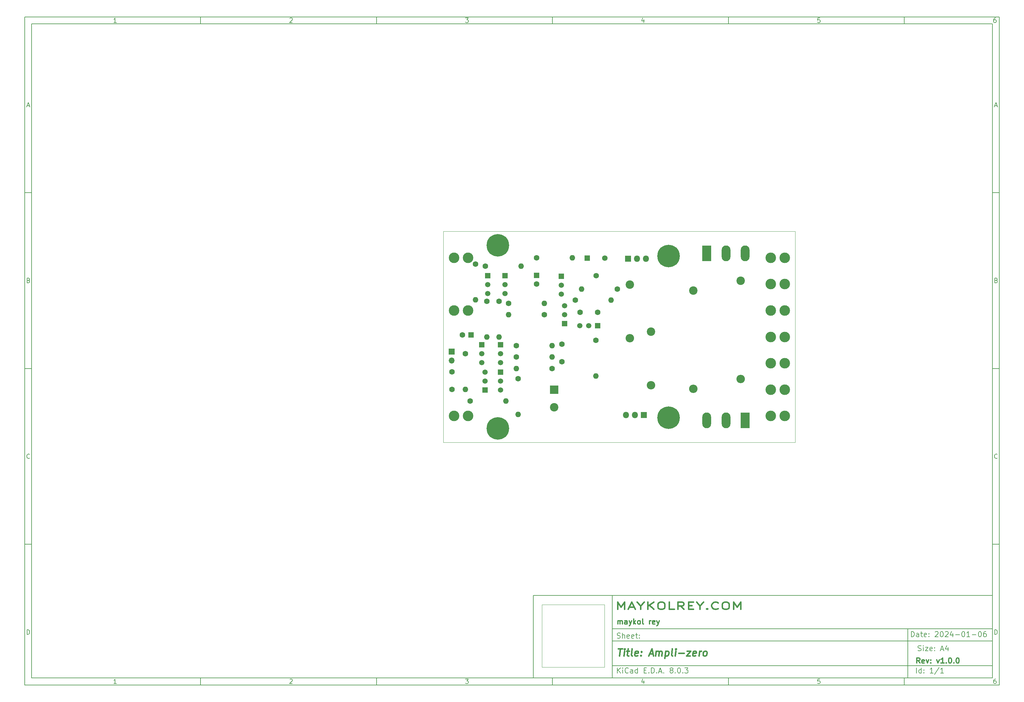
<source format=gbr>
%TF.GenerationSoftware,KiCad,Pcbnew,8.0.3-8.0.3-0~ubuntu22.04.1*%
%TF.CreationDate,2024-07-16T05:34:00-05:00*%
%TF.ProjectId,ampli-zero,616d706c-692d-47a6-9572-6f2e6b696361,v1.0.0*%
%TF.SameCoordinates,Original*%
%TF.FileFunction,Soldermask,Top*%
%TF.FilePolarity,Negative*%
%FSLAX46Y46*%
G04 Gerber Fmt 4.6, Leading zero omitted, Abs format (unit mm)*
G04 Created by KiCad (PCBNEW 8.0.3-8.0.3-0~ubuntu22.04.1) date 2024-07-16 05:34:00*
%MOMM*%
%LPD*%
G01*
G04 APERTURE LIST*
%ADD10C,0.100000*%
%ADD11C,0.150000*%
%ADD12C,0.300000*%
%ADD13C,0.400000*%
%ADD14R,1.560000X1.560000*%
%ADD15C,1.560000*%
%ADD16C,0.800000*%
%ADD17C,6.400000*%
%ADD18C,3.000000*%
%ADD19C,1.600000*%
%ADD20R,1.600000X1.600000*%
%ADD21R,1.500000X1.500000*%
%ADD22C,1.500000*%
%ADD23O,1.600000X1.600000*%
%ADD24C,2.400000*%
%ADD25O,2.400000X2.400000*%
%ADD26R,2.400000X2.400000*%
%ADD27R,1.700000X1.700000*%
%ADD28O,1.700000X1.700000*%
%ADD29R,2.500000X4.500000*%
%ADD30O,2.500000X4.500000*%
%ADD31R,1.800000X1.800000*%
%ADD32O,1.800000X1.800000*%
%TA.AperFunction,Profile*%
%ADD33C,0.100000*%
%TD*%
G04 APERTURE END LIST*
D10*
X157012200Y-177117000D02*
X157012200Y-194897000D01*
X174792200Y-194897000D01*
X174792200Y-177117000D01*
X157012200Y-177117000D01*
D11*
X177013200Y-174505000D02*
X285002200Y-174505000D01*
X285002200Y-198007000D01*
X177013200Y-198007000D01*
X177013200Y-174505000D01*
D10*
D11*
X10000000Y-10000000D02*
X287002200Y-10000000D01*
X287002200Y-200007200D01*
X10000000Y-200007200D01*
X10000000Y-10000000D01*
D10*
D11*
X12000000Y-12000000D02*
X285002200Y-12000000D01*
X285002200Y-198007200D01*
X12000000Y-198007200D01*
X12000000Y-12000000D01*
D10*
D11*
X60000000Y-12000000D02*
X60000000Y-10000000D01*
D10*
D11*
X110000000Y-12000000D02*
X110000000Y-10000000D01*
D10*
D11*
X160000000Y-12000000D02*
X160000000Y-10000000D01*
D10*
D11*
X210000000Y-12000000D02*
X210000000Y-10000000D01*
D10*
D11*
X260000000Y-12000000D02*
X260000000Y-10000000D01*
D10*
D11*
X36089160Y-11593604D02*
X35346303Y-11593604D01*
X35717731Y-11593604D02*
X35717731Y-10293604D01*
X35717731Y-10293604D02*
X35593922Y-10479319D01*
X35593922Y-10479319D02*
X35470112Y-10603128D01*
X35470112Y-10603128D02*
X35346303Y-10665033D01*
D10*
D11*
X85346303Y-10417414D02*
X85408207Y-10355509D01*
X85408207Y-10355509D02*
X85532017Y-10293604D01*
X85532017Y-10293604D02*
X85841541Y-10293604D01*
X85841541Y-10293604D02*
X85965350Y-10355509D01*
X85965350Y-10355509D02*
X86027255Y-10417414D01*
X86027255Y-10417414D02*
X86089160Y-10541223D01*
X86089160Y-10541223D02*
X86089160Y-10665033D01*
X86089160Y-10665033D02*
X86027255Y-10850747D01*
X86027255Y-10850747D02*
X85284398Y-11593604D01*
X85284398Y-11593604D02*
X86089160Y-11593604D01*
D10*
D11*
X135284398Y-10293604D02*
X136089160Y-10293604D01*
X136089160Y-10293604D02*
X135655826Y-10788842D01*
X135655826Y-10788842D02*
X135841541Y-10788842D01*
X135841541Y-10788842D02*
X135965350Y-10850747D01*
X135965350Y-10850747D02*
X136027255Y-10912652D01*
X136027255Y-10912652D02*
X136089160Y-11036461D01*
X136089160Y-11036461D02*
X136089160Y-11345985D01*
X136089160Y-11345985D02*
X136027255Y-11469795D01*
X136027255Y-11469795D02*
X135965350Y-11531700D01*
X135965350Y-11531700D02*
X135841541Y-11593604D01*
X135841541Y-11593604D02*
X135470112Y-11593604D01*
X135470112Y-11593604D02*
X135346303Y-11531700D01*
X135346303Y-11531700D02*
X135284398Y-11469795D01*
D10*
D11*
X185965350Y-10726938D02*
X185965350Y-11593604D01*
X185655826Y-10231700D02*
X185346303Y-11160271D01*
X185346303Y-11160271D02*
X186151064Y-11160271D01*
D10*
D11*
X236027255Y-10293604D02*
X235408207Y-10293604D01*
X235408207Y-10293604D02*
X235346303Y-10912652D01*
X235346303Y-10912652D02*
X235408207Y-10850747D01*
X235408207Y-10850747D02*
X235532017Y-10788842D01*
X235532017Y-10788842D02*
X235841541Y-10788842D01*
X235841541Y-10788842D02*
X235965350Y-10850747D01*
X235965350Y-10850747D02*
X236027255Y-10912652D01*
X236027255Y-10912652D02*
X236089160Y-11036461D01*
X236089160Y-11036461D02*
X236089160Y-11345985D01*
X236089160Y-11345985D02*
X236027255Y-11469795D01*
X236027255Y-11469795D02*
X235965350Y-11531700D01*
X235965350Y-11531700D02*
X235841541Y-11593604D01*
X235841541Y-11593604D02*
X235532017Y-11593604D01*
X235532017Y-11593604D02*
X235408207Y-11531700D01*
X235408207Y-11531700D02*
X235346303Y-11469795D01*
D10*
D11*
X285965350Y-10293604D02*
X285717731Y-10293604D01*
X285717731Y-10293604D02*
X285593922Y-10355509D01*
X285593922Y-10355509D02*
X285532017Y-10417414D01*
X285532017Y-10417414D02*
X285408207Y-10603128D01*
X285408207Y-10603128D02*
X285346303Y-10850747D01*
X285346303Y-10850747D02*
X285346303Y-11345985D01*
X285346303Y-11345985D02*
X285408207Y-11469795D01*
X285408207Y-11469795D02*
X285470112Y-11531700D01*
X285470112Y-11531700D02*
X285593922Y-11593604D01*
X285593922Y-11593604D02*
X285841541Y-11593604D01*
X285841541Y-11593604D02*
X285965350Y-11531700D01*
X285965350Y-11531700D02*
X286027255Y-11469795D01*
X286027255Y-11469795D02*
X286089160Y-11345985D01*
X286089160Y-11345985D02*
X286089160Y-11036461D01*
X286089160Y-11036461D02*
X286027255Y-10912652D01*
X286027255Y-10912652D02*
X285965350Y-10850747D01*
X285965350Y-10850747D02*
X285841541Y-10788842D01*
X285841541Y-10788842D02*
X285593922Y-10788842D01*
X285593922Y-10788842D02*
X285470112Y-10850747D01*
X285470112Y-10850747D02*
X285408207Y-10912652D01*
X285408207Y-10912652D02*
X285346303Y-11036461D01*
D10*
D11*
X60000000Y-198007200D02*
X60000000Y-200007200D01*
D10*
D11*
X110000000Y-198007200D02*
X110000000Y-200007200D01*
D10*
D11*
X160000000Y-198007200D02*
X160000000Y-200007200D01*
D10*
D11*
X210000000Y-198007200D02*
X210000000Y-200007200D01*
D10*
D11*
X260000000Y-198007200D02*
X260000000Y-200007200D01*
D10*
D11*
X36089160Y-199600804D02*
X35346303Y-199600804D01*
X35717731Y-199600804D02*
X35717731Y-198300804D01*
X35717731Y-198300804D02*
X35593922Y-198486519D01*
X35593922Y-198486519D02*
X35470112Y-198610328D01*
X35470112Y-198610328D02*
X35346303Y-198672233D01*
D10*
D11*
X85346303Y-198424614D02*
X85408207Y-198362709D01*
X85408207Y-198362709D02*
X85532017Y-198300804D01*
X85532017Y-198300804D02*
X85841541Y-198300804D01*
X85841541Y-198300804D02*
X85965350Y-198362709D01*
X85965350Y-198362709D02*
X86027255Y-198424614D01*
X86027255Y-198424614D02*
X86089160Y-198548423D01*
X86089160Y-198548423D02*
X86089160Y-198672233D01*
X86089160Y-198672233D02*
X86027255Y-198857947D01*
X86027255Y-198857947D02*
X85284398Y-199600804D01*
X85284398Y-199600804D02*
X86089160Y-199600804D01*
D10*
D11*
X135284398Y-198300804D02*
X136089160Y-198300804D01*
X136089160Y-198300804D02*
X135655826Y-198796042D01*
X135655826Y-198796042D02*
X135841541Y-198796042D01*
X135841541Y-198796042D02*
X135965350Y-198857947D01*
X135965350Y-198857947D02*
X136027255Y-198919852D01*
X136027255Y-198919852D02*
X136089160Y-199043661D01*
X136089160Y-199043661D02*
X136089160Y-199353185D01*
X136089160Y-199353185D02*
X136027255Y-199476995D01*
X136027255Y-199476995D02*
X135965350Y-199538900D01*
X135965350Y-199538900D02*
X135841541Y-199600804D01*
X135841541Y-199600804D02*
X135470112Y-199600804D01*
X135470112Y-199600804D02*
X135346303Y-199538900D01*
X135346303Y-199538900D02*
X135284398Y-199476995D01*
D10*
D11*
X185965350Y-198734138D02*
X185965350Y-199600804D01*
X185655826Y-198238900D02*
X185346303Y-199167471D01*
X185346303Y-199167471D02*
X186151064Y-199167471D01*
D10*
D11*
X236027255Y-198300804D02*
X235408207Y-198300804D01*
X235408207Y-198300804D02*
X235346303Y-198919852D01*
X235346303Y-198919852D02*
X235408207Y-198857947D01*
X235408207Y-198857947D02*
X235532017Y-198796042D01*
X235532017Y-198796042D02*
X235841541Y-198796042D01*
X235841541Y-198796042D02*
X235965350Y-198857947D01*
X235965350Y-198857947D02*
X236027255Y-198919852D01*
X236027255Y-198919852D02*
X236089160Y-199043661D01*
X236089160Y-199043661D02*
X236089160Y-199353185D01*
X236089160Y-199353185D02*
X236027255Y-199476995D01*
X236027255Y-199476995D02*
X235965350Y-199538900D01*
X235965350Y-199538900D02*
X235841541Y-199600804D01*
X235841541Y-199600804D02*
X235532017Y-199600804D01*
X235532017Y-199600804D02*
X235408207Y-199538900D01*
X235408207Y-199538900D02*
X235346303Y-199476995D01*
D10*
D11*
X285965350Y-198300804D02*
X285717731Y-198300804D01*
X285717731Y-198300804D02*
X285593922Y-198362709D01*
X285593922Y-198362709D02*
X285532017Y-198424614D01*
X285532017Y-198424614D02*
X285408207Y-198610328D01*
X285408207Y-198610328D02*
X285346303Y-198857947D01*
X285346303Y-198857947D02*
X285346303Y-199353185D01*
X285346303Y-199353185D02*
X285408207Y-199476995D01*
X285408207Y-199476995D02*
X285470112Y-199538900D01*
X285470112Y-199538900D02*
X285593922Y-199600804D01*
X285593922Y-199600804D02*
X285841541Y-199600804D01*
X285841541Y-199600804D02*
X285965350Y-199538900D01*
X285965350Y-199538900D02*
X286027255Y-199476995D01*
X286027255Y-199476995D02*
X286089160Y-199353185D01*
X286089160Y-199353185D02*
X286089160Y-199043661D01*
X286089160Y-199043661D02*
X286027255Y-198919852D01*
X286027255Y-198919852D02*
X285965350Y-198857947D01*
X285965350Y-198857947D02*
X285841541Y-198796042D01*
X285841541Y-198796042D02*
X285593922Y-198796042D01*
X285593922Y-198796042D02*
X285470112Y-198857947D01*
X285470112Y-198857947D02*
X285408207Y-198919852D01*
X285408207Y-198919852D02*
X285346303Y-199043661D01*
D10*
D11*
X10000000Y-60000000D02*
X12000000Y-60000000D01*
D10*
D11*
X10000000Y-110000000D02*
X12000000Y-110000000D01*
D10*
D11*
X10000000Y-160000000D02*
X12000000Y-160000000D01*
D10*
D11*
X10690476Y-35222176D02*
X11309523Y-35222176D01*
X10566666Y-35593604D02*
X10999999Y-34293604D01*
X10999999Y-34293604D02*
X11433333Y-35593604D01*
D10*
D11*
X11092857Y-84912652D02*
X11278571Y-84974557D01*
X11278571Y-84974557D02*
X11340476Y-85036461D01*
X11340476Y-85036461D02*
X11402380Y-85160271D01*
X11402380Y-85160271D02*
X11402380Y-85345985D01*
X11402380Y-85345985D02*
X11340476Y-85469795D01*
X11340476Y-85469795D02*
X11278571Y-85531700D01*
X11278571Y-85531700D02*
X11154761Y-85593604D01*
X11154761Y-85593604D02*
X10659523Y-85593604D01*
X10659523Y-85593604D02*
X10659523Y-84293604D01*
X10659523Y-84293604D02*
X11092857Y-84293604D01*
X11092857Y-84293604D02*
X11216666Y-84355509D01*
X11216666Y-84355509D02*
X11278571Y-84417414D01*
X11278571Y-84417414D02*
X11340476Y-84541223D01*
X11340476Y-84541223D02*
X11340476Y-84665033D01*
X11340476Y-84665033D02*
X11278571Y-84788842D01*
X11278571Y-84788842D02*
X11216666Y-84850747D01*
X11216666Y-84850747D02*
X11092857Y-84912652D01*
X11092857Y-84912652D02*
X10659523Y-84912652D01*
D10*
D11*
X11402380Y-135469795D02*
X11340476Y-135531700D01*
X11340476Y-135531700D02*
X11154761Y-135593604D01*
X11154761Y-135593604D02*
X11030952Y-135593604D01*
X11030952Y-135593604D02*
X10845238Y-135531700D01*
X10845238Y-135531700D02*
X10721428Y-135407890D01*
X10721428Y-135407890D02*
X10659523Y-135284080D01*
X10659523Y-135284080D02*
X10597619Y-135036461D01*
X10597619Y-135036461D02*
X10597619Y-134850747D01*
X10597619Y-134850747D02*
X10659523Y-134603128D01*
X10659523Y-134603128D02*
X10721428Y-134479319D01*
X10721428Y-134479319D02*
X10845238Y-134355509D01*
X10845238Y-134355509D02*
X11030952Y-134293604D01*
X11030952Y-134293604D02*
X11154761Y-134293604D01*
X11154761Y-134293604D02*
X11340476Y-134355509D01*
X11340476Y-134355509D02*
X11402380Y-134417414D01*
D10*
D11*
X10659523Y-185593604D02*
X10659523Y-184293604D01*
X10659523Y-184293604D02*
X10969047Y-184293604D01*
X10969047Y-184293604D02*
X11154761Y-184355509D01*
X11154761Y-184355509D02*
X11278571Y-184479319D01*
X11278571Y-184479319D02*
X11340476Y-184603128D01*
X11340476Y-184603128D02*
X11402380Y-184850747D01*
X11402380Y-184850747D02*
X11402380Y-185036461D01*
X11402380Y-185036461D02*
X11340476Y-185284080D01*
X11340476Y-185284080D02*
X11278571Y-185407890D01*
X11278571Y-185407890D02*
X11154761Y-185531700D01*
X11154761Y-185531700D02*
X10969047Y-185593604D01*
X10969047Y-185593604D02*
X10659523Y-185593604D01*
D10*
D11*
X287002200Y-60000000D02*
X285002200Y-60000000D01*
D10*
D11*
X287002200Y-110000000D02*
X285002200Y-110000000D01*
D10*
D11*
X287002200Y-160000000D02*
X285002200Y-160000000D01*
D10*
D11*
X285692676Y-35222176D02*
X286311723Y-35222176D01*
X285568866Y-35593604D02*
X286002199Y-34293604D01*
X286002199Y-34293604D02*
X286435533Y-35593604D01*
D10*
D11*
X286095057Y-84912652D02*
X286280771Y-84974557D01*
X286280771Y-84974557D02*
X286342676Y-85036461D01*
X286342676Y-85036461D02*
X286404580Y-85160271D01*
X286404580Y-85160271D02*
X286404580Y-85345985D01*
X286404580Y-85345985D02*
X286342676Y-85469795D01*
X286342676Y-85469795D02*
X286280771Y-85531700D01*
X286280771Y-85531700D02*
X286156961Y-85593604D01*
X286156961Y-85593604D02*
X285661723Y-85593604D01*
X285661723Y-85593604D02*
X285661723Y-84293604D01*
X285661723Y-84293604D02*
X286095057Y-84293604D01*
X286095057Y-84293604D02*
X286218866Y-84355509D01*
X286218866Y-84355509D02*
X286280771Y-84417414D01*
X286280771Y-84417414D02*
X286342676Y-84541223D01*
X286342676Y-84541223D02*
X286342676Y-84665033D01*
X286342676Y-84665033D02*
X286280771Y-84788842D01*
X286280771Y-84788842D02*
X286218866Y-84850747D01*
X286218866Y-84850747D02*
X286095057Y-84912652D01*
X286095057Y-84912652D02*
X285661723Y-84912652D01*
D10*
D11*
X286404580Y-135469795D02*
X286342676Y-135531700D01*
X286342676Y-135531700D02*
X286156961Y-135593604D01*
X286156961Y-135593604D02*
X286033152Y-135593604D01*
X286033152Y-135593604D02*
X285847438Y-135531700D01*
X285847438Y-135531700D02*
X285723628Y-135407890D01*
X285723628Y-135407890D02*
X285661723Y-135284080D01*
X285661723Y-135284080D02*
X285599819Y-135036461D01*
X285599819Y-135036461D02*
X285599819Y-134850747D01*
X285599819Y-134850747D02*
X285661723Y-134603128D01*
X285661723Y-134603128D02*
X285723628Y-134479319D01*
X285723628Y-134479319D02*
X285847438Y-134355509D01*
X285847438Y-134355509D02*
X286033152Y-134293604D01*
X286033152Y-134293604D02*
X286156961Y-134293604D01*
X286156961Y-134293604D02*
X286342676Y-134355509D01*
X286342676Y-134355509D02*
X286404580Y-134417414D01*
D10*
D11*
X285661723Y-185593604D02*
X285661723Y-184293604D01*
X285661723Y-184293604D02*
X285971247Y-184293604D01*
X285971247Y-184293604D02*
X286156961Y-184355509D01*
X286156961Y-184355509D02*
X286280771Y-184479319D01*
X286280771Y-184479319D02*
X286342676Y-184603128D01*
X286342676Y-184603128D02*
X286404580Y-184850747D01*
X286404580Y-184850747D02*
X286404580Y-185036461D01*
X286404580Y-185036461D02*
X286342676Y-185284080D01*
X286342676Y-185284080D02*
X286280771Y-185407890D01*
X286280771Y-185407890D02*
X286156961Y-185531700D01*
X286156961Y-185531700D02*
X285971247Y-185593604D01*
X285971247Y-185593604D02*
X285661723Y-185593604D01*
D10*
D11*
X261958026Y-186293128D02*
X261958026Y-184793128D01*
X261958026Y-184793128D02*
X262315169Y-184793128D01*
X262315169Y-184793128D02*
X262529455Y-184864557D01*
X262529455Y-184864557D02*
X262672312Y-185007414D01*
X262672312Y-185007414D02*
X262743741Y-185150271D01*
X262743741Y-185150271D02*
X262815169Y-185435985D01*
X262815169Y-185435985D02*
X262815169Y-185650271D01*
X262815169Y-185650271D02*
X262743741Y-185935985D01*
X262743741Y-185935985D02*
X262672312Y-186078842D01*
X262672312Y-186078842D02*
X262529455Y-186221700D01*
X262529455Y-186221700D02*
X262315169Y-186293128D01*
X262315169Y-186293128D02*
X261958026Y-186293128D01*
X264100884Y-186293128D02*
X264100884Y-185507414D01*
X264100884Y-185507414D02*
X264029455Y-185364557D01*
X264029455Y-185364557D02*
X263886598Y-185293128D01*
X263886598Y-185293128D02*
X263600884Y-185293128D01*
X263600884Y-185293128D02*
X263458026Y-185364557D01*
X264100884Y-186221700D02*
X263958026Y-186293128D01*
X263958026Y-186293128D02*
X263600884Y-186293128D01*
X263600884Y-186293128D02*
X263458026Y-186221700D01*
X263458026Y-186221700D02*
X263386598Y-186078842D01*
X263386598Y-186078842D02*
X263386598Y-185935985D01*
X263386598Y-185935985D02*
X263458026Y-185793128D01*
X263458026Y-185793128D02*
X263600884Y-185721700D01*
X263600884Y-185721700D02*
X263958026Y-185721700D01*
X263958026Y-185721700D02*
X264100884Y-185650271D01*
X264600884Y-185293128D02*
X265172312Y-185293128D01*
X264815169Y-184793128D02*
X264815169Y-186078842D01*
X264815169Y-186078842D02*
X264886598Y-186221700D01*
X264886598Y-186221700D02*
X265029455Y-186293128D01*
X265029455Y-186293128D02*
X265172312Y-186293128D01*
X266243741Y-186221700D02*
X266100884Y-186293128D01*
X266100884Y-186293128D02*
X265815170Y-186293128D01*
X265815170Y-186293128D02*
X265672312Y-186221700D01*
X265672312Y-186221700D02*
X265600884Y-186078842D01*
X265600884Y-186078842D02*
X265600884Y-185507414D01*
X265600884Y-185507414D02*
X265672312Y-185364557D01*
X265672312Y-185364557D02*
X265815170Y-185293128D01*
X265815170Y-185293128D02*
X266100884Y-185293128D01*
X266100884Y-185293128D02*
X266243741Y-185364557D01*
X266243741Y-185364557D02*
X266315170Y-185507414D01*
X266315170Y-185507414D02*
X266315170Y-185650271D01*
X266315170Y-185650271D02*
X265600884Y-185793128D01*
X266958026Y-186150271D02*
X267029455Y-186221700D01*
X267029455Y-186221700D02*
X266958026Y-186293128D01*
X266958026Y-186293128D02*
X266886598Y-186221700D01*
X266886598Y-186221700D02*
X266958026Y-186150271D01*
X266958026Y-186150271D02*
X266958026Y-186293128D01*
X266958026Y-185364557D02*
X267029455Y-185435985D01*
X267029455Y-185435985D02*
X266958026Y-185507414D01*
X266958026Y-185507414D02*
X266886598Y-185435985D01*
X266886598Y-185435985D02*
X266958026Y-185364557D01*
X266958026Y-185364557D02*
X266958026Y-185507414D01*
X268743741Y-184935985D02*
X268815169Y-184864557D01*
X268815169Y-184864557D02*
X268958027Y-184793128D01*
X268958027Y-184793128D02*
X269315169Y-184793128D01*
X269315169Y-184793128D02*
X269458027Y-184864557D01*
X269458027Y-184864557D02*
X269529455Y-184935985D01*
X269529455Y-184935985D02*
X269600884Y-185078842D01*
X269600884Y-185078842D02*
X269600884Y-185221700D01*
X269600884Y-185221700D02*
X269529455Y-185435985D01*
X269529455Y-185435985D02*
X268672312Y-186293128D01*
X268672312Y-186293128D02*
X269600884Y-186293128D01*
X270529455Y-184793128D02*
X270672312Y-184793128D01*
X270672312Y-184793128D02*
X270815169Y-184864557D01*
X270815169Y-184864557D02*
X270886598Y-184935985D01*
X270886598Y-184935985D02*
X270958026Y-185078842D01*
X270958026Y-185078842D02*
X271029455Y-185364557D01*
X271029455Y-185364557D02*
X271029455Y-185721700D01*
X271029455Y-185721700D02*
X270958026Y-186007414D01*
X270958026Y-186007414D02*
X270886598Y-186150271D01*
X270886598Y-186150271D02*
X270815169Y-186221700D01*
X270815169Y-186221700D02*
X270672312Y-186293128D01*
X270672312Y-186293128D02*
X270529455Y-186293128D01*
X270529455Y-186293128D02*
X270386598Y-186221700D01*
X270386598Y-186221700D02*
X270315169Y-186150271D01*
X270315169Y-186150271D02*
X270243740Y-186007414D01*
X270243740Y-186007414D02*
X270172312Y-185721700D01*
X270172312Y-185721700D02*
X270172312Y-185364557D01*
X270172312Y-185364557D02*
X270243740Y-185078842D01*
X270243740Y-185078842D02*
X270315169Y-184935985D01*
X270315169Y-184935985D02*
X270386598Y-184864557D01*
X270386598Y-184864557D02*
X270529455Y-184793128D01*
X271600883Y-184935985D02*
X271672311Y-184864557D01*
X271672311Y-184864557D02*
X271815169Y-184793128D01*
X271815169Y-184793128D02*
X272172311Y-184793128D01*
X272172311Y-184793128D02*
X272315169Y-184864557D01*
X272315169Y-184864557D02*
X272386597Y-184935985D01*
X272386597Y-184935985D02*
X272458026Y-185078842D01*
X272458026Y-185078842D02*
X272458026Y-185221700D01*
X272458026Y-185221700D02*
X272386597Y-185435985D01*
X272386597Y-185435985D02*
X271529454Y-186293128D01*
X271529454Y-186293128D02*
X272458026Y-186293128D01*
X273743740Y-185293128D02*
X273743740Y-186293128D01*
X273386597Y-184721700D02*
X273029454Y-185793128D01*
X273029454Y-185793128D02*
X273958025Y-185793128D01*
X274529453Y-185721700D02*
X275672311Y-185721700D01*
X276672311Y-184793128D02*
X276815168Y-184793128D01*
X276815168Y-184793128D02*
X276958025Y-184864557D01*
X276958025Y-184864557D02*
X277029454Y-184935985D01*
X277029454Y-184935985D02*
X277100882Y-185078842D01*
X277100882Y-185078842D02*
X277172311Y-185364557D01*
X277172311Y-185364557D02*
X277172311Y-185721700D01*
X277172311Y-185721700D02*
X277100882Y-186007414D01*
X277100882Y-186007414D02*
X277029454Y-186150271D01*
X277029454Y-186150271D02*
X276958025Y-186221700D01*
X276958025Y-186221700D02*
X276815168Y-186293128D01*
X276815168Y-186293128D02*
X276672311Y-186293128D01*
X276672311Y-186293128D02*
X276529454Y-186221700D01*
X276529454Y-186221700D02*
X276458025Y-186150271D01*
X276458025Y-186150271D02*
X276386596Y-186007414D01*
X276386596Y-186007414D02*
X276315168Y-185721700D01*
X276315168Y-185721700D02*
X276315168Y-185364557D01*
X276315168Y-185364557D02*
X276386596Y-185078842D01*
X276386596Y-185078842D02*
X276458025Y-184935985D01*
X276458025Y-184935985D02*
X276529454Y-184864557D01*
X276529454Y-184864557D02*
X276672311Y-184793128D01*
X278600882Y-186293128D02*
X277743739Y-186293128D01*
X278172310Y-186293128D02*
X278172310Y-184793128D01*
X278172310Y-184793128D02*
X278029453Y-185007414D01*
X278029453Y-185007414D02*
X277886596Y-185150271D01*
X277886596Y-185150271D02*
X277743739Y-185221700D01*
X279243738Y-185721700D02*
X280386596Y-185721700D01*
X281386596Y-184793128D02*
X281529453Y-184793128D01*
X281529453Y-184793128D02*
X281672310Y-184864557D01*
X281672310Y-184864557D02*
X281743739Y-184935985D01*
X281743739Y-184935985D02*
X281815167Y-185078842D01*
X281815167Y-185078842D02*
X281886596Y-185364557D01*
X281886596Y-185364557D02*
X281886596Y-185721700D01*
X281886596Y-185721700D02*
X281815167Y-186007414D01*
X281815167Y-186007414D02*
X281743739Y-186150271D01*
X281743739Y-186150271D02*
X281672310Y-186221700D01*
X281672310Y-186221700D02*
X281529453Y-186293128D01*
X281529453Y-186293128D02*
X281386596Y-186293128D01*
X281386596Y-186293128D02*
X281243739Y-186221700D01*
X281243739Y-186221700D02*
X281172310Y-186150271D01*
X281172310Y-186150271D02*
X281100881Y-186007414D01*
X281100881Y-186007414D02*
X281029453Y-185721700D01*
X281029453Y-185721700D02*
X281029453Y-185364557D01*
X281029453Y-185364557D02*
X281100881Y-185078842D01*
X281100881Y-185078842D02*
X281172310Y-184935985D01*
X281172310Y-184935985D02*
X281243739Y-184864557D01*
X281243739Y-184864557D02*
X281386596Y-184793128D01*
X283172310Y-184793128D02*
X282886595Y-184793128D01*
X282886595Y-184793128D02*
X282743738Y-184864557D01*
X282743738Y-184864557D02*
X282672310Y-184935985D01*
X282672310Y-184935985D02*
X282529452Y-185150271D01*
X282529452Y-185150271D02*
X282458024Y-185435985D01*
X282458024Y-185435985D02*
X282458024Y-186007414D01*
X282458024Y-186007414D02*
X282529452Y-186150271D01*
X282529452Y-186150271D02*
X282600881Y-186221700D01*
X282600881Y-186221700D02*
X282743738Y-186293128D01*
X282743738Y-186293128D02*
X283029452Y-186293128D01*
X283029452Y-186293128D02*
X283172310Y-186221700D01*
X283172310Y-186221700D02*
X283243738Y-186150271D01*
X283243738Y-186150271D02*
X283315167Y-186007414D01*
X283315167Y-186007414D02*
X283315167Y-185650271D01*
X283315167Y-185650271D02*
X283243738Y-185507414D01*
X283243738Y-185507414D02*
X283172310Y-185435985D01*
X283172310Y-185435985D02*
X283029452Y-185364557D01*
X283029452Y-185364557D02*
X282743738Y-185364557D01*
X282743738Y-185364557D02*
X282600881Y-185435985D01*
X282600881Y-185435985D02*
X282529452Y-185507414D01*
X282529452Y-185507414D02*
X282458024Y-185650271D01*
D10*
D11*
X177002200Y-194507200D02*
X285002200Y-194507200D01*
D10*
D11*
X178458026Y-196593328D02*
X178458026Y-195093328D01*
X179315169Y-196593328D02*
X178672312Y-195736185D01*
X179315169Y-195093328D02*
X178458026Y-195950471D01*
X179958026Y-196593328D02*
X179958026Y-195593328D01*
X179958026Y-195093328D02*
X179886598Y-195164757D01*
X179886598Y-195164757D02*
X179958026Y-195236185D01*
X179958026Y-195236185D02*
X180029455Y-195164757D01*
X180029455Y-195164757D02*
X179958026Y-195093328D01*
X179958026Y-195093328D02*
X179958026Y-195236185D01*
X181529455Y-196450471D02*
X181458027Y-196521900D01*
X181458027Y-196521900D02*
X181243741Y-196593328D01*
X181243741Y-196593328D02*
X181100884Y-196593328D01*
X181100884Y-196593328D02*
X180886598Y-196521900D01*
X180886598Y-196521900D02*
X180743741Y-196379042D01*
X180743741Y-196379042D02*
X180672312Y-196236185D01*
X180672312Y-196236185D02*
X180600884Y-195950471D01*
X180600884Y-195950471D02*
X180600884Y-195736185D01*
X180600884Y-195736185D02*
X180672312Y-195450471D01*
X180672312Y-195450471D02*
X180743741Y-195307614D01*
X180743741Y-195307614D02*
X180886598Y-195164757D01*
X180886598Y-195164757D02*
X181100884Y-195093328D01*
X181100884Y-195093328D02*
X181243741Y-195093328D01*
X181243741Y-195093328D02*
X181458027Y-195164757D01*
X181458027Y-195164757D02*
X181529455Y-195236185D01*
X182815170Y-196593328D02*
X182815170Y-195807614D01*
X182815170Y-195807614D02*
X182743741Y-195664757D01*
X182743741Y-195664757D02*
X182600884Y-195593328D01*
X182600884Y-195593328D02*
X182315170Y-195593328D01*
X182315170Y-195593328D02*
X182172312Y-195664757D01*
X182815170Y-196521900D02*
X182672312Y-196593328D01*
X182672312Y-196593328D02*
X182315170Y-196593328D01*
X182315170Y-196593328D02*
X182172312Y-196521900D01*
X182172312Y-196521900D02*
X182100884Y-196379042D01*
X182100884Y-196379042D02*
X182100884Y-196236185D01*
X182100884Y-196236185D02*
X182172312Y-196093328D01*
X182172312Y-196093328D02*
X182315170Y-196021900D01*
X182315170Y-196021900D02*
X182672312Y-196021900D01*
X182672312Y-196021900D02*
X182815170Y-195950471D01*
X184172313Y-196593328D02*
X184172313Y-195093328D01*
X184172313Y-196521900D02*
X184029455Y-196593328D01*
X184029455Y-196593328D02*
X183743741Y-196593328D01*
X183743741Y-196593328D02*
X183600884Y-196521900D01*
X183600884Y-196521900D02*
X183529455Y-196450471D01*
X183529455Y-196450471D02*
X183458027Y-196307614D01*
X183458027Y-196307614D02*
X183458027Y-195879042D01*
X183458027Y-195879042D02*
X183529455Y-195736185D01*
X183529455Y-195736185D02*
X183600884Y-195664757D01*
X183600884Y-195664757D02*
X183743741Y-195593328D01*
X183743741Y-195593328D02*
X184029455Y-195593328D01*
X184029455Y-195593328D02*
X184172313Y-195664757D01*
X186029455Y-195807614D02*
X186529455Y-195807614D01*
X186743741Y-196593328D02*
X186029455Y-196593328D01*
X186029455Y-196593328D02*
X186029455Y-195093328D01*
X186029455Y-195093328D02*
X186743741Y-195093328D01*
X187386598Y-196450471D02*
X187458027Y-196521900D01*
X187458027Y-196521900D02*
X187386598Y-196593328D01*
X187386598Y-196593328D02*
X187315170Y-196521900D01*
X187315170Y-196521900D02*
X187386598Y-196450471D01*
X187386598Y-196450471D02*
X187386598Y-196593328D01*
X188100884Y-196593328D02*
X188100884Y-195093328D01*
X188100884Y-195093328D02*
X188458027Y-195093328D01*
X188458027Y-195093328D02*
X188672313Y-195164757D01*
X188672313Y-195164757D02*
X188815170Y-195307614D01*
X188815170Y-195307614D02*
X188886599Y-195450471D01*
X188886599Y-195450471D02*
X188958027Y-195736185D01*
X188958027Y-195736185D02*
X188958027Y-195950471D01*
X188958027Y-195950471D02*
X188886599Y-196236185D01*
X188886599Y-196236185D02*
X188815170Y-196379042D01*
X188815170Y-196379042D02*
X188672313Y-196521900D01*
X188672313Y-196521900D02*
X188458027Y-196593328D01*
X188458027Y-196593328D02*
X188100884Y-196593328D01*
X189600884Y-196450471D02*
X189672313Y-196521900D01*
X189672313Y-196521900D02*
X189600884Y-196593328D01*
X189600884Y-196593328D02*
X189529456Y-196521900D01*
X189529456Y-196521900D02*
X189600884Y-196450471D01*
X189600884Y-196450471D02*
X189600884Y-196593328D01*
X190243742Y-196164757D02*
X190958028Y-196164757D01*
X190100885Y-196593328D02*
X190600885Y-195093328D01*
X190600885Y-195093328D02*
X191100885Y-196593328D01*
X191600884Y-196450471D02*
X191672313Y-196521900D01*
X191672313Y-196521900D02*
X191600884Y-196593328D01*
X191600884Y-196593328D02*
X191529456Y-196521900D01*
X191529456Y-196521900D02*
X191600884Y-196450471D01*
X191600884Y-196450471D02*
X191600884Y-196593328D01*
X193672313Y-195736185D02*
X193529456Y-195664757D01*
X193529456Y-195664757D02*
X193458027Y-195593328D01*
X193458027Y-195593328D02*
X193386599Y-195450471D01*
X193386599Y-195450471D02*
X193386599Y-195379042D01*
X193386599Y-195379042D02*
X193458027Y-195236185D01*
X193458027Y-195236185D02*
X193529456Y-195164757D01*
X193529456Y-195164757D02*
X193672313Y-195093328D01*
X193672313Y-195093328D02*
X193958027Y-195093328D01*
X193958027Y-195093328D02*
X194100885Y-195164757D01*
X194100885Y-195164757D02*
X194172313Y-195236185D01*
X194172313Y-195236185D02*
X194243742Y-195379042D01*
X194243742Y-195379042D02*
X194243742Y-195450471D01*
X194243742Y-195450471D02*
X194172313Y-195593328D01*
X194172313Y-195593328D02*
X194100885Y-195664757D01*
X194100885Y-195664757D02*
X193958027Y-195736185D01*
X193958027Y-195736185D02*
X193672313Y-195736185D01*
X193672313Y-195736185D02*
X193529456Y-195807614D01*
X193529456Y-195807614D02*
X193458027Y-195879042D01*
X193458027Y-195879042D02*
X193386599Y-196021900D01*
X193386599Y-196021900D02*
X193386599Y-196307614D01*
X193386599Y-196307614D02*
X193458027Y-196450471D01*
X193458027Y-196450471D02*
X193529456Y-196521900D01*
X193529456Y-196521900D02*
X193672313Y-196593328D01*
X193672313Y-196593328D02*
X193958027Y-196593328D01*
X193958027Y-196593328D02*
X194100885Y-196521900D01*
X194100885Y-196521900D02*
X194172313Y-196450471D01*
X194172313Y-196450471D02*
X194243742Y-196307614D01*
X194243742Y-196307614D02*
X194243742Y-196021900D01*
X194243742Y-196021900D02*
X194172313Y-195879042D01*
X194172313Y-195879042D02*
X194100885Y-195807614D01*
X194100885Y-195807614D02*
X193958027Y-195736185D01*
X194886598Y-196450471D02*
X194958027Y-196521900D01*
X194958027Y-196521900D02*
X194886598Y-196593328D01*
X194886598Y-196593328D02*
X194815170Y-196521900D01*
X194815170Y-196521900D02*
X194886598Y-196450471D01*
X194886598Y-196450471D02*
X194886598Y-196593328D01*
X195886599Y-195093328D02*
X196029456Y-195093328D01*
X196029456Y-195093328D02*
X196172313Y-195164757D01*
X196172313Y-195164757D02*
X196243742Y-195236185D01*
X196243742Y-195236185D02*
X196315170Y-195379042D01*
X196315170Y-195379042D02*
X196386599Y-195664757D01*
X196386599Y-195664757D02*
X196386599Y-196021900D01*
X196386599Y-196021900D02*
X196315170Y-196307614D01*
X196315170Y-196307614D02*
X196243742Y-196450471D01*
X196243742Y-196450471D02*
X196172313Y-196521900D01*
X196172313Y-196521900D02*
X196029456Y-196593328D01*
X196029456Y-196593328D02*
X195886599Y-196593328D01*
X195886599Y-196593328D02*
X195743742Y-196521900D01*
X195743742Y-196521900D02*
X195672313Y-196450471D01*
X195672313Y-196450471D02*
X195600884Y-196307614D01*
X195600884Y-196307614D02*
X195529456Y-196021900D01*
X195529456Y-196021900D02*
X195529456Y-195664757D01*
X195529456Y-195664757D02*
X195600884Y-195379042D01*
X195600884Y-195379042D02*
X195672313Y-195236185D01*
X195672313Y-195236185D02*
X195743742Y-195164757D01*
X195743742Y-195164757D02*
X195886599Y-195093328D01*
X197029455Y-196450471D02*
X197100884Y-196521900D01*
X197100884Y-196521900D02*
X197029455Y-196593328D01*
X197029455Y-196593328D02*
X196958027Y-196521900D01*
X196958027Y-196521900D02*
X197029455Y-196450471D01*
X197029455Y-196450471D02*
X197029455Y-196593328D01*
X197600884Y-195093328D02*
X198529456Y-195093328D01*
X198529456Y-195093328D02*
X198029456Y-195664757D01*
X198029456Y-195664757D02*
X198243741Y-195664757D01*
X198243741Y-195664757D02*
X198386599Y-195736185D01*
X198386599Y-195736185D02*
X198458027Y-195807614D01*
X198458027Y-195807614D02*
X198529456Y-195950471D01*
X198529456Y-195950471D02*
X198529456Y-196307614D01*
X198529456Y-196307614D02*
X198458027Y-196450471D01*
X198458027Y-196450471D02*
X198386599Y-196521900D01*
X198386599Y-196521900D02*
X198243741Y-196593328D01*
X198243741Y-196593328D02*
X197815170Y-196593328D01*
X197815170Y-196593328D02*
X197672313Y-196521900D01*
X197672313Y-196521900D02*
X197600884Y-196450471D01*
D10*
D12*
X264413853Y-193785528D02*
X263913853Y-193071242D01*
X263556710Y-193785528D02*
X263556710Y-192285528D01*
X263556710Y-192285528D02*
X264128139Y-192285528D01*
X264128139Y-192285528D02*
X264270996Y-192356957D01*
X264270996Y-192356957D02*
X264342425Y-192428385D01*
X264342425Y-192428385D02*
X264413853Y-192571242D01*
X264413853Y-192571242D02*
X264413853Y-192785528D01*
X264413853Y-192785528D02*
X264342425Y-192928385D01*
X264342425Y-192928385D02*
X264270996Y-192999814D01*
X264270996Y-192999814D02*
X264128139Y-193071242D01*
X264128139Y-193071242D02*
X263556710Y-193071242D01*
X265628139Y-193714100D02*
X265485282Y-193785528D01*
X265485282Y-193785528D02*
X265199568Y-193785528D01*
X265199568Y-193785528D02*
X265056710Y-193714100D01*
X265056710Y-193714100D02*
X264985282Y-193571242D01*
X264985282Y-193571242D02*
X264985282Y-192999814D01*
X264985282Y-192999814D02*
X265056710Y-192856957D01*
X265056710Y-192856957D02*
X265199568Y-192785528D01*
X265199568Y-192785528D02*
X265485282Y-192785528D01*
X265485282Y-192785528D02*
X265628139Y-192856957D01*
X265628139Y-192856957D02*
X265699568Y-192999814D01*
X265699568Y-192999814D02*
X265699568Y-193142671D01*
X265699568Y-193142671D02*
X264985282Y-193285528D01*
X266199567Y-192785528D02*
X266556710Y-193785528D01*
X266556710Y-193785528D02*
X266913853Y-192785528D01*
X267485281Y-193642671D02*
X267556710Y-193714100D01*
X267556710Y-193714100D02*
X267485281Y-193785528D01*
X267485281Y-193785528D02*
X267413853Y-193714100D01*
X267413853Y-193714100D02*
X267485281Y-193642671D01*
X267485281Y-193642671D02*
X267485281Y-193785528D01*
X267485281Y-192856957D02*
X267556710Y-192928385D01*
X267556710Y-192928385D02*
X267485281Y-192999814D01*
X267485281Y-192999814D02*
X267413853Y-192928385D01*
X267413853Y-192928385D02*
X267485281Y-192856957D01*
X267485281Y-192856957D02*
X267485281Y-192999814D01*
X269199567Y-192785528D02*
X269556710Y-193785528D01*
X269556710Y-193785528D02*
X269913853Y-192785528D01*
X271270996Y-193785528D02*
X270413853Y-193785528D01*
X270842424Y-193785528D02*
X270842424Y-192285528D01*
X270842424Y-192285528D02*
X270699567Y-192499814D01*
X270699567Y-192499814D02*
X270556710Y-192642671D01*
X270556710Y-192642671D02*
X270413853Y-192714100D01*
X271913852Y-193642671D02*
X271985281Y-193714100D01*
X271985281Y-193714100D02*
X271913852Y-193785528D01*
X271913852Y-193785528D02*
X271842424Y-193714100D01*
X271842424Y-193714100D02*
X271913852Y-193642671D01*
X271913852Y-193642671D02*
X271913852Y-193785528D01*
X272913853Y-192285528D02*
X273056710Y-192285528D01*
X273056710Y-192285528D02*
X273199567Y-192356957D01*
X273199567Y-192356957D02*
X273270996Y-192428385D01*
X273270996Y-192428385D02*
X273342424Y-192571242D01*
X273342424Y-192571242D02*
X273413853Y-192856957D01*
X273413853Y-192856957D02*
X273413853Y-193214100D01*
X273413853Y-193214100D02*
X273342424Y-193499814D01*
X273342424Y-193499814D02*
X273270996Y-193642671D01*
X273270996Y-193642671D02*
X273199567Y-193714100D01*
X273199567Y-193714100D02*
X273056710Y-193785528D01*
X273056710Y-193785528D02*
X272913853Y-193785528D01*
X272913853Y-193785528D02*
X272770996Y-193714100D01*
X272770996Y-193714100D02*
X272699567Y-193642671D01*
X272699567Y-193642671D02*
X272628138Y-193499814D01*
X272628138Y-193499814D02*
X272556710Y-193214100D01*
X272556710Y-193214100D02*
X272556710Y-192856957D01*
X272556710Y-192856957D02*
X272628138Y-192571242D01*
X272628138Y-192571242D02*
X272699567Y-192428385D01*
X272699567Y-192428385D02*
X272770996Y-192356957D01*
X272770996Y-192356957D02*
X272913853Y-192285528D01*
X274056709Y-193642671D02*
X274128138Y-193714100D01*
X274128138Y-193714100D02*
X274056709Y-193785528D01*
X274056709Y-193785528D02*
X273985281Y-193714100D01*
X273985281Y-193714100D02*
X274056709Y-193642671D01*
X274056709Y-193642671D02*
X274056709Y-193785528D01*
X275056710Y-192285528D02*
X275199567Y-192285528D01*
X275199567Y-192285528D02*
X275342424Y-192356957D01*
X275342424Y-192356957D02*
X275413853Y-192428385D01*
X275413853Y-192428385D02*
X275485281Y-192571242D01*
X275485281Y-192571242D02*
X275556710Y-192856957D01*
X275556710Y-192856957D02*
X275556710Y-193214100D01*
X275556710Y-193214100D02*
X275485281Y-193499814D01*
X275485281Y-193499814D02*
X275413853Y-193642671D01*
X275413853Y-193642671D02*
X275342424Y-193714100D01*
X275342424Y-193714100D02*
X275199567Y-193785528D01*
X275199567Y-193785528D02*
X275056710Y-193785528D01*
X275056710Y-193785528D02*
X274913853Y-193714100D01*
X274913853Y-193714100D02*
X274842424Y-193642671D01*
X274842424Y-193642671D02*
X274770995Y-193499814D01*
X274770995Y-193499814D02*
X274699567Y-193214100D01*
X274699567Y-193214100D02*
X274699567Y-192856957D01*
X274699567Y-192856957D02*
X274770995Y-192571242D01*
X274770995Y-192571242D02*
X274842424Y-192428385D01*
X274842424Y-192428385D02*
X274913853Y-192356957D01*
X274913853Y-192356957D02*
X275056710Y-192285528D01*
D10*
D11*
X263886598Y-190221700D02*
X264100884Y-190293128D01*
X264100884Y-190293128D02*
X264458026Y-190293128D01*
X264458026Y-190293128D02*
X264600884Y-190221700D01*
X264600884Y-190221700D02*
X264672312Y-190150271D01*
X264672312Y-190150271D02*
X264743741Y-190007414D01*
X264743741Y-190007414D02*
X264743741Y-189864557D01*
X264743741Y-189864557D02*
X264672312Y-189721700D01*
X264672312Y-189721700D02*
X264600884Y-189650271D01*
X264600884Y-189650271D02*
X264458026Y-189578842D01*
X264458026Y-189578842D02*
X264172312Y-189507414D01*
X264172312Y-189507414D02*
X264029455Y-189435985D01*
X264029455Y-189435985D02*
X263958026Y-189364557D01*
X263958026Y-189364557D02*
X263886598Y-189221700D01*
X263886598Y-189221700D02*
X263886598Y-189078842D01*
X263886598Y-189078842D02*
X263958026Y-188935985D01*
X263958026Y-188935985D02*
X264029455Y-188864557D01*
X264029455Y-188864557D02*
X264172312Y-188793128D01*
X264172312Y-188793128D02*
X264529455Y-188793128D01*
X264529455Y-188793128D02*
X264743741Y-188864557D01*
X265386597Y-190293128D02*
X265386597Y-189293128D01*
X265386597Y-188793128D02*
X265315169Y-188864557D01*
X265315169Y-188864557D02*
X265386597Y-188935985D01*
X265386597Y-188935985D02*
X265458026Y-188864557D01*
X265458026Y-188864557D02*
X265386597Y-188793128D01*
X265386597Y-188793128D02*
X265386597Y-188935985D01*
X265958026Y-189293128D02*
X266743741Y-189293128D01*
X266743741Y-189293128D02*
X265958026Y-190293128D01*
X265958026Y-190293128D02*
X266743741Y-190293128D01*
X267886598Y-190221700D02*
X267743741Y-190293128D01*
X267743741Y-190293128D02*
X267458027Y-190293128D01*
X267458027Y-190293128D02*
X267315169Y-190221700D01*
X267315169Y-190221700D02*
X267243741Y-190078842D01*
X267243741Y-190078842D02*
X267243741Y-189507414D01*
X267243741Y-189507414D02*
X267315169Y-189364557D01*
X267315169Y-189364557D02*
X267458027Y-189293128D01*
X267458027Y-189293128D02*
X267743741Y-189293128D01*
X267743741Y-189293128D02*
X267886598Y-189364557D01*
X267886598Y-189364557D02*
X267958027Y-189507414D01*
X267958027Y-189507414D02*
X267958027Y-189650271D01*
X267958027Y-189650271D02*
X267243741Y-189793128D01*
X268600883Y-190150271D02*
X268672312Y-190221700D01*
X268672312Y-190221700D02*
X268600883Y-190293128D01*
X268600883Y-190293128D02*
X268529455Y-190221700D01*
X268529455Y-190221700D02*
X268600883Y-190150271D01*
X268600883Y-190150271D02*
X268600883Y-190293128D01*
X268600883Y-189364557D02*
X268672312Y-189435985D01*
X268672312Y-189435985D02*
X268600883Y-189507414D01*
X268600883Y-189507414D02*
X268529455Y-189435985D01*
X268529455Y-189435985D02*
X268600883Y-189364557D01*
X268600883Y-189364557D02*
X268600883Y-189507414D01*
X270386598Y-189864557D02*
X271100884Y-189864557D01*
X270243741Y-190293128D02*
X270743741Y-188793128D01*
X270743741Y-188793128D02*
X271243741Y-190293128D01*
X272386598Y-189293128D02*
X272386598Y-190293128D01*
X272029455Y-188721700D02*
X271672312Y-189793128D01*
X271672312Y-189793128D02*
X272600883Y-189793128D01*
D10*
D11*
X263458026Y-196593328D02*
X263458026Y-195093328D01*
X264815170Y-196593328D02*
X264815170Y-195093328D01*
X264815170Y-196521900D02*
X264672312Y-196593328D01*
X264672312Y-196593328D02*
X264386598Y-196593328D01*
X264386598Y-196593328D02*
X264243741Y-196521900D01*
X264243741Y-196521900D02*
X264172312Y-196450471D01*
X264172312Y-196450471D02*
X264100884Y-196307614D01*
X264100884Y-196307614D02*
X264100884Y-195879042D01*
X264100884Y-195879042D02*
X264172312Y-195736185D01*
X264172312Y-195736185D02*
X264243741Y-195664757D01*
X264243741Y-195664757D02*
X264386598Y-195593328D01*
X264386598Y-195593328D02*
X264672312Y-195593328D01*
X264672312Y-195593328D02*
X264815170Y-195664757D01*
X265529455Y-196450471D02*
X265600884Y-196521900D01*
X265600884Y-196521900D02*
X265529455Y-196593328D01*
X265529455Y-196593328D02*
X265458027Y-196521900D01*
X265458027Y-196521900D02*
X265529455Y-196450471D01*
X265529455Y-196450471D02*
X265529455Y-196593328D01*
X265529455Y-195664757D02*
X265600884Y-195736185D01*
X265600884Y-195736185D02*
X265529455Y-195807614D01*
X265529455Y-195807614D02*
X265458027Y-195736185D01*
X265458027Y-195736185D02*
X265529455Y-195664757D01*
X265529455Y-195664757D02*
X265529455Y-195807614D01*
X268172313Y-196593328D02*
X267315170Y-196593328D01*
X267743741Y-196593328D02*
X267743741Y-195093328D01*
X267743741Y-195093328D02*
X267600884Y-195307614D01*
X267600884Y-195307614D02*
X267458027Y-195450471D01*
X267458027Y-195450471D02*
X267315170Y-195521900D01*
X269886598Y-195021900D02*
X268600884Y-196950471D01*
X271172313Y-196593328D02*
X270315170Y-196593328D01*
X270743741Y-196593328D02*
X270743741Y-195093328D01*
X270743741Y-195093328D02*
X270600884Y-195307614D01*
X270600884Y-195307614D02*
X270458027Y-195450471D01*
X270458027Y-195450471D02*
X270315170Y-195521900D01*
D10*
D11*
X177002200Y-187507200D02*
X285002200Y-187507200D01*
D10*
D13*
X178693928Y-189711438D02*
X179836785Y-189711438D01*
X179015357Y-191711438D02*
X179265357Y-189711438D01*
X180253452Y-191711438D02*
X180420119Y-190378104D01*
X180503452Y-189711438D02*
X180396309Y-189806676D01*
X180396309Y-189806676D02*
X180479643Y-189901914D01*
X180479643Y-189901914D02*
X180586786Y-189806676D01*
X180586786Y-189806676D02*
X180503452Y-189711438D01*
X180503452Y-189711438D02*
X180479643Y-189901914D01*
X181086786Y-190378104D02*
X181848690Y-190378104D01*
X181455833Y-189711438D02*
X181241548Y-191425723D01*
X181241548Y-191425723D02*
X181312976Y-191616200D01*
X181312976Y-191616200D02*
X181491548Y-191711438D01*
X181491548Y-191711438D02*
X181682024Y-191711438D01*
X182634405Y-191711438D02*
X182455833Y-191616200D01*
X182455833Y-191616200D02*
X182384405Y-191425723D01*
X182384405Y-191425723D02*
X182598690Y-189711438D01*
X184170119Y-191616200D02*
X183967738Y-191711438D01*
X183967738Y-191711438D02*
X183586785Y-191711438D01*
X183586785Y-191711438D02*
X183408214Y-191616200D01*
X183408214Y-191616200D02*
X183336785Y-191425723D01*
X183336785Y-191425723D02*
X183432024Y-190663819D01*
X183432024Y-190663819D02*
X183551071Y-190473342D01*
X183551071Y-190473342D02*
X183753452Y-190378104D01*
X183753452Y-190378104D02*
X184134404Y-190378104D01*
X184134404Y-190378104D02*
X184312976Y-190473342D01*
X184312976Y-190473342D02*
X184384404Y-190663819D01*
X184384404Y-190663819D02*
X184360595Y-190854295D01*
X184360595Y-190854295D02*
X183384404Y-191044771D01*
X185134405Y-191520961D02*
X185217738Y-191616200D01*
X185217738Y-191616200D02*
X185110595Y-191711438D01*
X185110595Y-191711438D02*
X185027262Y-191616200D01*
X185027262Y-191616200D02*
X185134405Y-191520961D01*
X185134405Y-191520961D02*
X185110595Y-191711438D01*
X185265357Y-190473342D02*
X185348690Y-190568580D01*
X185348690Y-190568580D02*
X185241548Y-190663819D01*
X185241548Y-190663819D02*
X185158214Y-190568580D01*
X185158214Y-190568580D02*
X185265357Y-190473342D01*
X185265357Y-190473342D02*
X185241548Y-190663819D01*
X187562977Y-191140009D02*
X188515358Y-191140009D01*
X187301072Y-191711438D02*
X188217739Y-189711438D01*
X188217739Y-189711438D02*
X188634405Y-191711438D01*
X189301072Y-191711438D02*
X189467739Y-190378104D01*
X189443929Y-190568580D02*
X189551072Y-190473342D01*
X189551072Y-190473342D02*
X189753453Y-190378104D01*
X189753453Y-190378104D02*
X190039167Y-190378104D01*
X190039167Y-190378104D02*
X190217739Y-190473342D01*
X190217739Y-190473342D02*
X190289167Y-190663819D01*
X190289167Y-190663819D02*
X190158215Y-191711438D01*
X190289167Y-190663819D02*
X190408215Y-190473342D01*
X190408215Y-190473342D02*
X190610596Y-190378104D01*
X190610596Y-190378104D02*
X190896310Y-190378104D01*
X190896310Y-190378104D02*
X191074882Y-190473342D01*
X191074882Y-190473342D02*
X191146310Y-190663819D01*
X191146310Y-190663819D02*
X191015358Y-191711438D01*
X192134406Y-190378104D02*
X191884406Y-192378104D01*
X192122501Y-190473342D02*
X192324882Y-190378104D01*
X192324882Y-190378104D02*
X192705834Y-190378104D01*
X192705834Y-190378104D02*
X192884406Y-190473342D01*
X192884406Y-190473342D02*
X192967739Y-190568580D01*
X192967739Y-190568580D02*
X193039168Y-190759057D01*
X193039168Y-190759057D02*
X192967739Y-191330485D01*
X192967739Y-191330485D02*
X192848692Y-191520961D01*
X192848692Y-191520961D02*
X192741549Y-191616200D01*
X192741549Y-191616200D02*
X192539168Y-191711438D01*
X192539168Y-191711438D02*
X192158215Y-191711438D01*
X192158215Y-191711438D02*
X191979644Y-191616200D01*
X194062978Y-191711438D02*
X193884406Y-191616200D01*
X193884406Y-191616200D02*
X193812978Y-191425723D01*
X193812978Y-191425723D02*
X194027263Y-189711438D01*
X194824882Y-191711438D02*
X194991549Y-190378104D01*
X195074882Y-189711438D02*
X194967739Y-189806676D01*
X194967739Y-189806676D02*
X195051073Y-189901914D01*
X195051073Y-189901914D02*
X195158216Y-189806676D01*
X195158216Y-189806676D02*
X195074882Y-189711438D01*
X195074882Y-189711438D02*
X195051073Y-189901914D01*
X195872501Y-190949533D02*
X197396311Y-190949533D01*
X198229644Y-190378104D02*
X199277263Y-190378104D01*
X199277263Y-190378104D02*
X198062977Y-191711438D01*
X198062977Y-191711438D02*
X199110596Y-191711438D01*
X200646311Y-191616200D02*
X200443930Y-191711438D01*
X200443930Y-191711438D02*
X200062977Y-191711438D01*
X200062977Y-191711438D02*
X199884406Y-191616200D01*
X199884406Y-191616200D02*
X199812977Y-191425723D01*
X199812977Y-191425723D02*
X199908216Y-190663819D01*
X199908216Y-190663819D02*
X200027263Y-190473342D01*
X200027263Y-190473342D02*
X200229644Y-190378104D01*
X200229644Y-190378104D02*
X200610596Y-190378104D01*
X200610596Y-190378104D02*
X200789168Y-190473342D01*
X200789168Y-190473342D02*
X200860596Y-190663819D01*
X200860596Y-190663819D02*
X200836787Y-190854295D01*
X200836787Y-190854295D02*
X199860596Y-191044771D01*
X201586787Y-191711438D02*
X201753454Y-190378104D01*
X201705835Y-190759057D02*
X201824882Y-190568580D01*
X201824882Y-190568580D02*
X201932025Y-190473342D01*
X201932025Y-190473342D02*
X202134406Y-190378104D01*
X202134406Y-190378104D02*
X202324882Y-190378104D01*
X203110597Y-191711438D02*
X202932025Y-191616200D01*
X202932025Y-191616200D02*
X202848692Y-191520961D01*
X202848692Y-191520961D02*
X202777263Y-191330485D01*
X202777263Y-191330485D02*
X202848692Y-190759057D01*
X202848692Y-190759057D02*
X202967739Y-190568580D01*
X202967739Y-190568580D02*
X203074882Y-190473342D01*
X203074882Y-190473342D02*
X203277263Y-190378104D01*
X203277263Y-190378104D02*
X203562977Y-190378104D01*
X203562977Y-190378104D02*
X203741549Y-190473342D01*
X203741549Y-190473342D02*
X203824882Y-190568580D01*
X203824882Y-190568580D02*
X203896311Y-190759057D01*
X203896311Y-190759057D02*
X203824882Y-191330485D01*
X203824882Y-191330485D02*
X203705835Y-191520961D01*
X203705835Y-191520961D02*
X203598692Y-191616200D01*
X203598692Y-191616200D02*
X203396311Y-191711438D01*
X203396311Y-191711438D02*
X203110597Y-191711438D01*
D10*
D11*
X177002200Y-184007000D02*
X285002200Y-184007000D01*
D10*
D11*
X178386598Y-186621700D02*
X178600884Y-186693128D01*
X178600884Y-186693128D02*
X178958026Y-186693128D01*
X178958026Y-186693128D02*
X179100884Y-186621700D01*
X179100884Y-186621700D02*
X179172312Y-186550271D01*
X179172312Y-186550271D02*
X179243741Y-186407414D01*
X179243741Y-186407414D02*
X179243741Y-186264557D01*
X179243741Y-186264557D02*
X179172312Y-186121700D01*
X179172312Y-186121700D02*
X179100884Y-186050271D01*
X179100884Y-186050271D02*
X178958026Y-185978842D01*
X178958026Y-185978842D02*
X178672312Y-185907414D01*
X178672312Y-185907414D02*
X178529455Y-185835985D01*
X178529455Y-185835985D02*
X178458026Y-185764557D01*
X178458026Y-185764557D02*
X178386598Y-185621700D01*
X178386598Y-185621700D02*
X178386598Y-185478842D01*
X178386598Y-185478842D02*
X178458026Y-185335985D01*
X178458026Y-185335985D02*
X178529455Y-185264557D01*
X178529455Y-185264557D02*
X178672312Y-185193128D01*
X178672312Y-185193128D02*
X179029455Y-185193128D01*
X179029455Y-185193128D02*
X179243741Y-185264557D01*
X179886597Y-186693128D02*
X179886597Y-185193128D01*
X180529455Y-186693128D02*
X180529455Y-185907414D01*
X180529455Y-185907414D02*
X180458026Y-185764557D01*
X180458026Y-185764557D02*
X180315169Y-185693128D01*
X180315169Y-185693128D02*
X180100883Y-185693128D01*
X180100883Y-185693128D02*
X179958026Y-185764557D01*
X179958026Y-185764557D02*
X179886597Y-185835985D01*
X181815169Y-186621700D02*
X181672312Y-186693128D01*
X181672312Y-186693128D02*
X181386598Y-186693128D01*
X181386598Y-186693128D02*
X181243740Y-186621700D01*
X181243740Y-186621700D02*
X181172312Y-186478842D01*
X181172312Y-186478842D02*
X181172312Y-185907414D01*
X181172312Y-185907414D02*
X181243740Y-185764557D01*
X181243740Y-185764557D02*
X181386598Y-185693128D01*
X181386598Y-185693128D02*
X181672312Y-185693128D01*
X181672312Y-185693128D02*
X181815169Y-185764557D01*
X181815169Y-185764557D02*
X181886598Y-185907414D01*
X181886598Y-185907414D02*
X181886598Y-186050271D01*
X181886598Y-186050271D02*
X181172312Y-186193128D01*
X183100883Y-186621700D02*
X182958026Y-186693128D01*
X182958026Y-186693128D02*
X182672312Y-186693128D01*
X182672312Y-186693128D02*
X182529454Y-186621700D01*
X182529454Y-186621700D02*
X182458026Y-186478842D01*
X182458026Y-186478842D02*
X182458026Y-185907414D01*
X182458026Y-185907414D02*
X182529454Y-185764557D01*
X182529454Y-185764557D02*
X182672312Y-185693128D01*
X182672312Y-185693128D02*
X182958026Y-185693128D01*
X182958026Y-185693128D02*
X183100883Y-185764557D01*
X183100883Y-185764557D02*
X183172312Y-185907414D01*
X183172312Y-185907414D02*
X183172312Y-186050271D01*
X183172312Y-186050271D02*
X182458026Y-186193128D01*
X183600883Y-185693128D02*
X184172311Y-185693128D01*
X183815168Y-185193128D02*
X183815168Y-186478842D01*
X183815168Y-186478842D02*
X183886597Y-186621700D01*
X183886597Y-186621700D02*
X184029454Y-186693128D01*
X184029454Y-186693128D02*
X184172311Y-186693128D01*
X184672311Y-186550271D02*
X184743740Y-186621700D01*
X184743740Y-186621700D02*
X184672311Y-186693128D01*
X184672311Y-186693128D02*
X184600883Y-186621700D01*
X184600883Y-186621700D02*
X184672311Y-186550271D01*
X184672311Y-186550271D02*
X184672311Y-186693128D01*
X184672311Y-185764557D02*
X184743740Y-185835985D01*
X184743740Y-185835985D02*
X184672311Y-185907414D01*
X184672311Y-185907414D02*
X184600883Y-185835985D01*
X184600883Y-185835985D02*
X184672311Y-185764557D01*
X184672311Y-185764557D02*
X184672311Y-185907414D01*
D10*
D12*
X178556710Y-182685328D02*
X178556710Y-181685328D01*
X178556710Y-181828185D02*
X178628139Y-181756757D01*
X178628139Y-181756757D02*
X178770996Y-181685328D01*
X178770996Y-181685328D02*
X178985282Y-181685328D01*
X178985282Y-181685328D02*
X179128139Y-181756757D01*
X179128139Y-181756757D02*
X179199568Y-181899614D01*
X179199568Y-181899614D02*
X179199568Y-182685328D01*
X179199568Y-181899614D02*
X179270996Y-181756757D01*
X179270996Y-181756757D02*
X179413853Y-181685328D01*
X179413853Y-181685328D02*
X179628139Y-181685328D01*
X179628139Y-181685328D02*
X179770996Y-181756757D01*
X179770996Y-181756757D02*
X179842425Y-181899614D01*
X179842425Y-181899614D02*
X179842425Y-182685328D01*
X181199568Y-182685328D02*
X181199568Y-181899614D01*
X181199568Y-181899614D02*
X181128139Y-181756757D01*
X181128139Y-181756757D02*
X180985282Y-181685328D01*
X180985282Y-181685328D02*
X180699568Y-181685328D01*
X180699568Y-181685328D02*
X180556710Y-181756757D01*
X181199568Y-182613900D02*
X181056710Y-182685328D01*
X181056710Y-182685328D02*
X180699568Y-182685328D01*
X180699568Y-182685328D02*
X180556710Y-182613900D01*
X180556710Y-182613900D02*
X180485282Y-182471042D01*
X180485282Y-182471042D02*
X180485282Y-182328185D01*
X180485282Y-182328185D02*
X180556710Y-182185328D01*
X180556710Y-182185328D02*
X180699568Y-182113900D01*
X180699568Y-182113900D02*
X181056710Y-182113900D01*
X181056710Y-182113900D02*
X181199568Y-182042471D01*
X181770996Y-181685328D02*
X182128139Y-182685328D01*
X182485282Y-181685328D02*
X182128139Y-182685328D01*
X182128139Y-182685328D02*
X181985282Y-183042471D01*
X181985282Y-183042471D02*
X181913853Y-183113900D01*
X181913853Y-183113900D02*
X181770996Y-183185328D01*
X183056710Y-182685328D02*
X183056710Y-181185328D01*
X183199568Y-182113900D02*
X183628139Y-182685328D01*
X183628139Y-181685328D02*
X183056710Y-182256757D01*
X184485282Y-182685328D02*
X184342425Y-182613900D01*
X184342425Y-182613900D02*
X184270996Y-182542471D01*
X184270996Y-182542471D02*
X184199568Y-182399614D01*
X184199568Y-182399614D02*
X184199568Y-181971042D01*
X184199568Y-181971042D02*
X184270996Y-181828185D01*
X184270996Y-181828185D02*
X184342425Y-181756757D01*
X184342425Y-181756757D02*
X184485282Y-181685328D01*
X184485282Y-181685328D02*
X184699568Y-181685328D01*
X184699568Y-181685328D02*
X184842425Y-181756757D01*
X184842425Y-181756757D02*
X184913854Y-181828185D01*
X184913854Y-181828185D02*
X184985282Y-181971042D01*
X184985282Y-181971042D02*
X184985282Y-182399614D01*
X184985282Y-182399614D02*
X184913854Y-182542471D01*
X184913854Y-182542471D02*
X184842425Y-182613900D01*
X184842425Y-182613900D02*
X184699568Y-182685328D01*
X184699568Y-182685328D02*
X184485282Y-182685328D01*
X185842425Y-182685328D02*
X185699568Y-182613900D01*
X185699568Y-182613900D02*
X185628139Y-182471042D01*
X185628139Y-182471042D02*
X185628139Y-181185328D01*
X187556710Y-182685328D02*
X187556710Y-181685328D01*
X187556710Y-181971042D02*
X187628139Y-181828185D01*
X187628139Y-181828185D02*
X187699568Y-181756757D01*
X187699568Y-181756757D02*
X187842425Y-181685328D01*
X187842425Y-181685328D02*
X187985282Y-181685328D01*
X189056710Y-182613900D02*
X188913853Y-182685328D01*
X188913853Y-182685328D02*
X188628139Y-182685328D01*
X188628139Y-182685328D02*
X188485281Y-182613900D01*
X188485281Y-182613900D02*
X188413853Y-182471042D01*
X188413853Y-182471042D02*
X188413853Y-181899614D01*
X188413853Y-181899614D02*
X188485281Y-181756757D01*
X188485281Y-181756757D02*
X188628139Y-181685328D01*
X188628139Y-181685328D02*
X188913853Y-181685328D01*
X188913853Y-181685328D02*
X189056710Y-181756757D01*
X189056710Y-181756757D02*
X189128139Y-181899614D01*
X189128139Y-181899614D02*
X189128139Y-182042471D01*
X189128139Y-182042471D02*
X188413853Y-182185328D01*
X189628138Y-181685328D02*
X189985281Y-182685328D01*
X190342424Y-181685328D02*
X189985281Y-182685328D01*
X189985281Y-182685328D02*
X189842424Y-183042471D01*
X189842424Y-183042471D02*
X189770995Y-183113900D01*
X189770995Y-183113900D02*
X189628138Y-183185328D01*
D10*
D13*
X178479642Y-178411438D02*
X178479642Y-176411438D01*
X178479642Y-176411438D02*
X179479642Y-177840009D01*
X179479642Y-177840009D02*
X180479642Y-176411438D01*
X180479642Y-176411438D02*
X180479642Y-178411438D01*
X181765356Y-177840009D02*
X183193928Y-177840009D01*
X181479642Y-178411438D02*
X182479642Y-176411438D01*
X182479642Y-176411438D02*
X183479642Y-178411438D01*
X185051071Y-177459057D02*
X185051071Y-178411438D01*
X184051071Y-176411438D02*
X185051071Y-177459057D01*
X185051071Y-177459057D02*
X186051071Y-176411438D01*
X187051071Y-178411438D02*
X187051071Y-176411438D01*
X188765357Y-178411438D02*
X187479643Y-177268580D01*
X188765357Y-176411438D02*
X187051071Y-177554295D01*
X190622500Y-176411438D02*
X191193928Y-176411438D01*
X191193928Y-176411438D02*
X191479643Y-176506676D01*
X191479643Y-176506676D02*
X191765357Y-176697152D01*
X191765357Y-176697152D02*
X191908214Y-177078104D01*
X191908214Y-177078104D02*
X191908214Y-177744771D01*
X191908214Y-177744771D02*
X191765357Y-178125723D01*
X191765357Y-178125723D02*
X191479643Y-178316200D01*
X191479643Y-178316200D02*
X191193928Y-178411438D01*
X191193928Y-178411438D02*
X190622500Y-178411438D01*
X190622500Y-178411438D02*
X190336786Y-178316200D01*
X190336786Y-178316200D02*
X190051071Y-178125723D01*
X190051071Y-178125723D02*
X189908214Y-177744771D01*
X189908214Y-177744771D02*
X189908214Y-177078104D01*
X189908214Y-177078104D02*
X190051071Y-176697152D01*
X190051071Y-176697152D02*
X190336786Y-176506676D01*
X190336786Y-176506676D02*
X190622500Y-176411438D01*
X194622500Y-178411438D02*
X193193928Y-178411438D01*
X193193928Y-178411438D02*
X193193928Y-176411438D01*
X197336785Y-178411438D02*
X196336785Y-177459057D01*
X195622499Y-178411438D02*
X195622499Y-176411438D01*
X195622499Y-176411438D02*
X196765356Y-176411438D01*
X196765356Y-176411438D02*
X197051071Y-176506676D01*
X197051071Y-176506676D02*
X197193928Y-176601914D01*
X197193928Y-176601914D02*
X197336785Y-176792390D01*
X197336785Y-176792390D02*
X197336785Y-177078104D01*
X197336785Y-177078104D02*
X197193928Y-177268580D01*
X197193928Y-177268580D02*
X197051071Y-177363819D01*
X197051071Y-177363819D02*
X196765356Y-177459057D01*
X196765356Y-177459057D02*
X195622499Y-177459057D01*
X198622499Y-177363819D02*
X199622499Y-177363819D01*
X200051071Y-178411438D02*
X198622499Y-178411438D01*
X198622499Y-178411438D02*
X198622499Y-176411438D01*
X198622499Y-176411438D02*
X200051071Y-176411438D01*
X201908214Y-177459057D02*
X201908214Y-178411438D01*
X200908214Y-176411438D02*
X201908214Y-177459057D01*
X201908214Y-177459057D02*
X202908214Y-176411438D01*
X203908214Y-178220961D02*
X204051071Y-178316200D01*
X204051071Y-178316200D02*
X203908214Y-178411438D01*
X203908214Y-178411438D02*
X203765357Y-178316200D01*
X203765357Y-178316200D02*
X203908214Y-178220961D01*
X203908214Y-178220961D02*
X203908214Y-178411438D01*
X207051071Y-178220961D02*
X206908214Y-178316200D01*
X206908214Y-178316200D02*
X206479642Y-178411438D01*
X206479642Y-178411438D02*
X206193928Y-178411438D01*
X206193928Y-178411438D02*
X205765357Y-178316200D01*
X205765357Y-178316200D02*
X205479642Y-178125723D01*
X205479642Y-178125723D02*
X205336785Y-177935247D01*
X205336785Y-177935247D02*
X205193928Y-177554295D01*
X205193928Y-177554295D02*
X205193928Y-177268580D01*
X205193928Y-177268580D02*
X205336785Y-176887628D01*
X205336785Y-176887628D02*
X205479642Y-176697152D01*
X205479642Y-176697152D02*
X205765357Y-176506676D01*
X205765357Y-176506676D02*
X206193928Y-176411438D01*
X206193928Y-176411438D02*
X206479642Y-176411438D01*
X206479642Y-176411438D02*
X206908214Y-176506676D01*
X206908214Y-176506676D02*
X207051071Y-176601914D01*
X208908214Y-176411438D02*
X209479642Y-176411438D01*
X209479642Y-176411438D02*
X209765357Y-176506676D01*
X209765357Y-176506676D02*
X210051071Y-176697152D01*
X210051071Y-176697152D02*
X210193928Y-177078104D01*
X210193928Y-177078104D02*
X210193928Y-177744771D01*
X210193928Y-177744771D02*
X210051071Y-178125723D01*
X210051071Y-178125723D02*
X209765357Y-178316200D01*
X209765357Y-178316200D02*
X209479642Y-178411438D01*
X209479642Y-178411438D02*
X208908214Y-178411438D01*
X208908214Y-178411438D02*
X208622500Y-178316200D01*
X208622500Y-178316200D02*
X208336785Y-178125723D01*
X208336785Y-178125723D02*
X208193928Y-177744771D01*
X208193928Y-177744771D02*
X208193928Y-177078104D01*
X208193928Y-177078104D02*
X208336785Y-176697152D01*
X208336785Y-176697152D02*
X208622500Y-176506676D01*
X208622500Y-176506676D02*
X208908214Y-176411438D01*
X211479642Y-178411438D02*
X211479642Y-176411438D01*
X211479642Y-176411438D02*
X212479642Y-177840009D01*
X212479642Y-177840009D02*
X213479642Y-176411438D01*
X213479642Y-176411438D02*
X213479642Y-178411438D01*
D10*
D11*
X154513200Y-198007000D02*
X177002200Y-198007000D01*
X177002200Y-174505000D01*
X154513200Y-174505000D01*
X154513200Y-198007000D01*
D10*
D11*
X261002200Y-184007200D02*
X261002200Y-198007200D01*
D14*
%TO.C,RV1*%
X169900000Y-78560000D03*
D15*
X172400000Y-83560000D03*
X174900000Y-78560000D03*
%TD*%
D16*
%TO.C,H4*%
X142100000Y-127000000D03*
X142802944Y-125302944D03*
X142802944Y-128697056D03*
X144500000Y-124600000D03*
D17*
X144500000Y-127000000D03*
D16*
X144500000Y-129400000D03*
X146197056Y-125302944D03*
X146197056Y-128697056D03*
X146900000Y-127000000D03*
%TD*%
D18*
%TO.C,J9*%
X222000000Y-93500000D03*
X226000000Y-93500000D03*
%TD*%
D19*
%TO.C,C8*%
X131450000Y-115950000D03*
X131450000Y-110950000D03*
%TD*%
D20*
%TO.C,C3*%
X155500000Y-83500000D03*
D19*
X155500000Y-86000000D03*
%TD*%
D18*
%TO.C,J6*%
X222000000Y-123500000D03*
X226000000Y-123500000D03*
%TD*%
D21*
%TO.C,Q3*%
X146500000Y-83600000D03*
D22*
X146500000Y-86140000D03*
X146500000Y-88680000D03*
%TD*%
D19*
%TO.C,R21*%
X172300000Y-102000000D03*
D23*
X172300000Y-112160000D03*
%TD*%
D18*
%TO.C,J8*%
X136000000Y-78500000D03*
X132000000Y-78500000D03*
%TD*%
D21*
%TO.C,Q7*%
X139900000Y-103200000D03*
D22*
X139900000Y-105740000D03*
X139900000Y-108280000D03*
%TD*%
D19*
%TO.C,R101*%
X155500000Y-78500000D03*
D23*
X165660000Y-78500000D03*
%TD*%
D20*
%TO.C,C102*%
X136860000Y-100480000D03*
D19*
X134360000Y-100480000D03*
%TD*%
D16*
%TO.C,H2*%
X190600000Y-78000000D03*
X191302944Y-76302944D03*
X191302944Y-79697056D03*
X193000000Y-75600000D03*
D17*
X193000000Y-78000000D03*
D16*
X193000000Y-80400000D03*
X194697056Y-76302944D03*
X194697056Y-79697056D03*
X195400000Y-78000000D03*
%TD*%
D19*
%TO.C,R116*%
X166500000Y-90500000D03*
D23*
X176660000Y-90500000D03*
%TD*%
D18*
%TO.C,J5*%
X222000000Y-78500000D03*
X226000000Y-78500000D03*
%TD*%
D19*
%TO.C,R22*%
X135250000Y-105750000D03*
D23*
X135250000Y-115910000D03*
%TD*%
D19*
%TO.C,R14*%
X140900000Y-80900000D03*
D23*
X151060000Y-80900000D03*
%TD*%
D19*
%TO.C,R19*%
X149700000Y-106700000D03*
D23*
X159860000Y-106700000D03*
%TD*%
D16*
%TO.C,H3*%
X190600000Y-124000000D03*
X191302944Y-122302944D03*
X191302944Y-125697056D03*
X193000000Y-121600000D03*
D17*
X193000000Y-124000000D03*
D16*
X193000000Y-126400000D03*
X194697056Y-122302944D03*
X194697056Y-125697056D03*
X195400000Y-124000000D03*
%TD*%
D19*
%TO.C,R115*%
X178400000Y-87400000D03*
D23*
X168240000Y-87400000D03*
%TD*%
D18*
%TO.C,J1*%
X136000000Y-93500000D03*
X132000000Y-93500000D03*
%TD*%
D19*
%TO.C,C7*%
X162700000Y-108100000D03*
X162700000Y-103100000D03*
%TD*%
D21*
%TO.C,Q4*%
X140850000Y-116140000D03*
D22*
X140850000Y-113600000D03*
X140850000Y-111060000D03*
%TD*%
D21*
%TO.C,Q102*%
X162500000Y-83800000D03*
D22*
X162500000Y-86340000D03*
X162500000Y-88880000D03*
%TD*%
D24*
%TO.C,R106*%
X200000000Y-87810000D03*
D25*
X200000000Y-115750000D03*
%TD*%
D16*
%TO.C,H1*%
X142100000Y-75000000D03*
X142802944Y-73302944D03*
X142802944Y-76697056D03*
X144500000Y-72600000D03*
D17*
X144500000Y-75000000D03*
D16*
X144500000Y-77400000D03*
X146197056Y-73302944D03*
X146197056Y-76697056D03*
X146900000Y-75000000D03*
%TD*%
D18*
%TO.C,J10*%
X222000000Y-108500000D03*
X226000000Y-108500000D03*
%TD*%
D19*
%TO.C,R10*%
X136620000Y-119200000D03*
D23*
X146780000Y-119200000D03*
%TD*%
D19*
%TO.C,R13*%
X147500000Y-91500000D03*
D23*
X157660000Y-91500000D03*
%TD*%
D19*
%TO.C,R11*%
X144800000Y-90900000D03*
D23*
X144800000Y-101060000D03*
%TD*%
D21*
%TO.C,Q2*%
X141600000Y-83600000D03*
D22*
X141600000Y-86140000D03*
X141600000Y-88680000D03*
%TD*%
D24*
%TO.C,R103*%
X188000000Y-99500000D03*
D25*
X188000000Y-114740000D03*
%TD*%
D19*
%TO.C,R15*%
X150200000Y-112900000D03*
D23*
X150200000Y-123060000D03*
%TD*%
D26*
%TO.C,C6*%
X160500000Y-116000000D03*
D24*
X160500000Y-121000000D03*
%TD*%
D21*
%TO.C,Q5*%
X145200000Y-111000000D03*
D22*
X145200000Y-113540000D03*
X145200000Y-116080000D03*
%TD*%
D19*
%TO.C,R20*%
X159900000Y-110000000D03*
D23*
X149740000Y-110000000D03*
%TD*%
D24*
%TO.C,R104*%
X182000000Y-86100000D03*
D25*
X182000000Y-101340000D03*
%TD*%
D19*
%TO.C,C5*%
X172800000Y-94000000D03*
X167800000Y-94000000D03*
%TD*%
D27*
%TO.C,V4*%
X131380000Y-105200000D03*
D28*
X131380000Y-107740000D03*
%TD*%
D19*
%TO.C,R23*%
X149700000Y-103500000D03*
D23*
X159860000Y-103500000D03*
%TD*%
D21*
%TO.C,Q8*%
X145200000Y-103200000D03*
D22*
X145200000Y-105740000D03*
X145200000Y-108280000D03*
%TD*%
D18*
%TO.C,J3*%
X222000000Y-116000000D03*
X226000000Y-116000000D03*
%TD*%
D19*
%TO.C,R9*%
X138090000Y-80260000D03*
D23*
X138090000Y-90420000D03*
%TD*%
D18*
%TO.C,J4*%
X222000000Y-101000000D03*
X226000000Y-101000000D03*
%TD*%
%TO.C,J7*%
X136000000Y-123500000D03*
X132000000Y-123500000D03*
%TD*%
D21*
%TO.C,Q112*%
X163400000Y-97200000D03*
D22*
X163400000Y-94660000D03*
X163400000Y-92120000D03*
%TD*%
D24*
%TO.C,R105*%
X213500000Y-85000000D03*
D25*
X213500000Y-112940000D03*
%TD*%
D18*
%TO.C,J2*%
X222000000Y-86000000D03*
X226000000Y-86000000D03*
%TD*%
D19*
%TO.C,R12*%
X157700000Y-94700000D03*
D23*
X147540000Y-94700000D03*
%TD*%
D21*
%TO.C,Q9*%
X172800000Y-97800000D03*
D22*
X170260000Y-97800000D03*
X167720000Y-97800000D03*
%TD*%
D19*
%TO.C,R18*%
X141300000Y-90900000D03*
D23*
X141300000Y-101060000D03*
%TD*%
D29*
%TO.C,Q101*%
X214750000Y-124725000D03*
D30*
X209300000Y-124725000D03*
X203850000Y-124725000D03*
%TD*%
D31*
%TO.C,Q103*%
X181500000Y-78750000D03*
D32*
X184040000Y-78750000D03*
X186580000Y-78750000D03*
%TD*%
D31*
%TO.C,Q104*%
X186000000Y-123250000D03*
D32*
X183460000Y-123250000D03*
X180920000Y-123250000D03*
%TD*%
D29*
%TO.C,Q10*%
X203850000Y-77275000D03*
D30*
X209300000Y-77275000D03*
X214750000Y-77275000D03*
%TD*%
D33*
X229000000Y-131000000D02*
X229000000Y-71000000D01*
X229000000Y-71000000D02*
X129000000Y-71000000D01*
X129000000Y-131000000D02*
X229000000Y-131000000D01*
X129000000Y-71000000D02*
X129000000Y-131000000D01*
M02*

</source>
